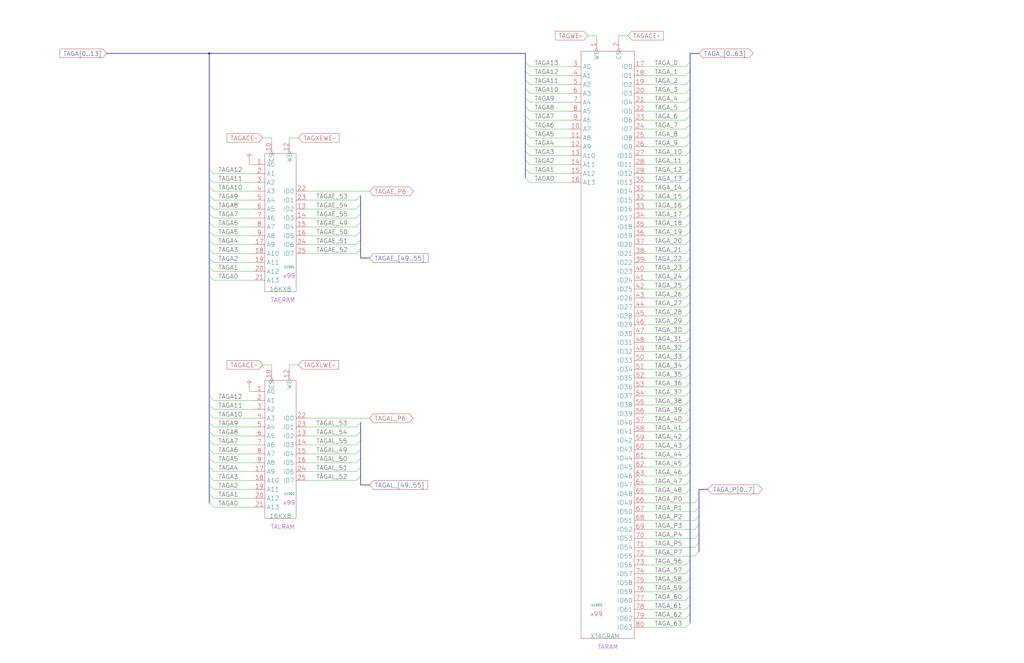
<source format=kicad_sch>
(kicad_sch (version 20211123) (generator eeschema)
  (paper "User" 584.2 378.46)
  (title_block (title "TAGA RAMS\\n0:40, 56:63, P0:P5, P7") (date "08-MAR-90") (rev "0.0") (comment 1 "MEM32 BOARD") (comment 2 "232-003066") (comment 3 "S400") (comment 4 "RELEASED"))
  (lib_symbols
    (symbol "r1000:16KX8" (pin_names (offset 1.016))
      (property "Reference" "U" (at 2.54 5.08 0))
      (property "Value" "16KX8" (at -8.89 -7.62 0))
      (property "Location" "___" (at -1.27 0 0))
      (property "Name" "______" (at -1.27 -15.24 0))
      (symbol "16KX8_1_1"
        (rectangle (start -11.43 69.85) (end 6.35 -8.89))
        (circle (center -7.62 70.485) (radius 0.635))
        (circle (center 2.54 70.485) (radius 0.635))
        (pin input line (at -17.78 63.5 0) (length 6.35) (name "A0") (number "1"))
        (pin input line (at -7.62 76.2 270) (length 5.08) (name "CS") (number "10"))
        (pin input line (at 2.54 76.2 270) (length 5.08) (name "WE") (number "12"))
        (pin tri_state line (at 12.7 38.1 180) (length 6.35) (name "IO2") (number "13"))
        (pin tri_state line (at 12.7 33.02 180) (length 6.35) (name "IO3") (number "14"))
        (pin tri_state line (at 12.7 27.94 180) (length 6.35) (name "IO4") (number "15"))
        (pin tri_state line (at 12.7 22.86 180) (length 6.35) (name "IO5") (number "16"))
        (pin input line (at -17.78 17.78 0) (length 6.35) (name "A9") (number "17"))
        (pin input line (at -17.78 12.7 0) (length 6.35) (name "A10") (number "18"))
        (pin input line (at -17.78 7.62 0) (length 6.35) (name "A11") (number "19"))
        (pin input line (at -17.78 58.42 0) (length 6.35) (name "A1") (number "2"))
        (pin input line (at -17.78 2.54 0) (length 6.35) (name "A12") (number "20"))
        (pin input line (at -17.78 -2.54 0) (length 6.35) (name "A13") (number "21"))
        (pin tri_state line (at 12.7 48.26 180) (length 6.35) (name "IO0") (number "22"))
        (pin tri_state line (at 12.7 43.18 180) (length 6.35) (name "IO1") (number "23"))
        (pin tri_state line (at 12.7 17.78 180) (length 6.35) (name "IO6") (number "24"))
        (pin tri_state line (at 12.7 12.7 180) (length 6.35) (name "IO7") (number "25"))
        (pin input line (at -17.78 53.34 0) (length 6.35) (name "A2") (number "3"))
        (pin input line (at -17.78 48.26 0) (length 6.35) (name "A3") (number "4"))
        (pin input line (at -17.78 43.18 0) (length 6.35) (name "A4") (number "5"))
        (pin input line (at -17.78 38.1 0) (length 6.35) (name "A5") (number "6"))
        (pin input line (at -17.78 33.02 0) (length 6.35) (name "A6") (number "7"))
        (pin input line (at -17.78 27.94 0) (length 6.35) (name "A7") (number "8"))
        (pin input line (at -17.78 22.86 0) (length 6.35) (name "A8") (number "9"))
      )
    )
    (symbol "r1000:PU" (power) (pin_numbers hide) (pin_names hide)
      (symbol "PU_0_1"
        (polyline (pts (xy 0 2.54) (xy -1.27 2.54) (xy 0 3.81) (xy 1.27 2.54) (xy 0 2.54)) (stroke (width 0.1524)))
      )
      (symbol "PU_1_1"
        (pin power_in line (at 0 0 90) (length 2.54) (name "PU") (number "1"))
      )
    )
    (symbol "r1000:XTAGRAM" (pin_names (offset 1.016))
      (property "Reference" "U" (at 2.54 5.08 0))
      (property "Value" "XTAGRAM" (at -1.27 -12.7 0))
      (property "Location" "___" (at -1.27 0 0))
      (property "Name" "______" (at 8.89 -20.32 0))
      (symbol "XTAGRAM_1_1"
        (rectangle (start -6.35 321.31) (end 24.13 -13.97))
        (circle (center 2.54 321.945) (radius 0.635))
        (circle (center 15.24 321.945) (radius 0.635))
        (pin input line (at 2.54 327.66 270) (length 5.08) (name "WE") (number "1"))
        (pin input line (at -12.7 276.86 0) (length 6.35) (name "A7") (number "10"))
        (pin input line (at -12.7 271.78 0) (length 6.35) (name "A8") (number "11"))
        (pin input line (at -12.7 266.7 0) (length 6.35) (name "A9") (number "12"))
        (pin input line (at -12.7 261.62 0) (length 6.35) (name "A10") (number "13"))
        (pin input line (at -12.7 256.54 0) (length 6.35) (name "A11") (number "14"))
        (pin input line (at -12.7 251.46 0) (length 6.35) (name "A12") (number "15"))
        (pin input line (at -12.7 246.38 0) (length 6.35) (name "A13") (number "16"))
        (pin tri_state line (at 30.48 312.42 180) (length 6.35) (name "IO0") (number "17"))
        (pin tri_state line (at 30.48 307.34 180) (length 6.35) (name "IO1") (number "18"))
        (pin tri_state line (at 30.48 302.26 180) (length 6.35) (name "IO2") (number "19"))
        (pin input line (at 15.24 327.66 270) (length 5.08) (name "CS") (number "2"))
        (pin tri_state line (at 30.48 297.18 180) (length 6.35) (name "IO3") (number "20"))
        (pin tri_state line (at 30.48 292.1 180) (length 6.35) (name "IO4") (number "21"))
        (pin tri_state line (at 30.48 287.02 180) (length 6.35) (name "IO5") (number "22"))
        (pin tri_state line (at 30.48 281.94 180) (length 6.35) (name "IO6") (number "23"))
        (pin tri_state line (at 30.48 276.86 180) (length 6.35) (name "IO7") (number "24"))
        (pin tri_state line (at 30.48 271.78 180) (length 6.35) (name "IO8") (number "25"))
        (pin tri_state line (at 30.48 266.7 180) (length 6.35) (name "IO9") (number "26"))
        (pin tri_state line (at 30.48 261.62 180) (length 6.35) (name "IO10") (number "27"))
        (pin tri_state line (at 30.48 256.54 180) (length 6.35) (name "IO11") (number "28"))
        (pin tri_state line (at 30.48 251.46 180) (length 6.35) (name "IO12") (number "29"))
        (pin input line (at -12.7 312.42 0) (length 6.35) (name "A0") (number "3"))
        (pin tri_state line (at 30.48 246.38 180) (length 6.35) (name "IO13") (number "30"))
        (pin tri_state line (at 30.48 241.3 180) (length 6.35) (name "IO14") (number "31"))
        (pin tri_state line (at 30.48 236.22 180) (length 6.35) (name "IO15") (number "32"))
        (pin tri_state line (at 30.48 231.14 180) (length 6.35) (name "IO16") (number "33"))
        (pin tri_state line (at 30.48 226.06 180) (length 6.35) (name "IO17") (number "34"))
        (pin tri_state line (at 30.48 220.98 180) (length 6.35) (name "IO18") (number "35"))
        (pin tri_state line (at 30.48 215.9 180) (length 6.35) (name "IO19") (number "36"))
        (pin tri_state line (at 30.48 210.82 180) (length 6.35) (name "IO20") (number "37"))
        (pin tri_state line (at 30.48 205.74 180) (length 6.35) (name "IO21") (number "38"))
        (pin tri_state line (at 30.48 200.66 180) (length 6.35) (name "IO22") (number "39"))
        (pin input line (at -12.7 307.34 0) (length 6.35) (name "A1") (number "4"))
        (pin tri_state line (at 30.48 195.58 180) (length 6.35) (name "IO23") (number "40"))
        (pin tri_state line (at 30.48 190.5 180) (length 6.35) (name "IO24") (number "41"))
        (pin tri_state line (at 30.48 185.42 180) (length 6.35) (name "IO25") (number "42"))
        (pin tri_state line (at 30.48 180.34 180) (length 6.35) (name "IO26") (number "43"))
        (pin tri_state line (at 30.48 175.26 180) (length 6.35) (name "IO27") (number "44"))
        (pin tri_state line (at 30.48 170.18 180) (length 6.35) (name "IO28") (number "45"))
        (pin tri_state line (at 30.48 165.1 180) (length 6.35) (name "IO29") (number "46"))
        (pin tri_state line (at 30.48 160.02 180) (length 6.35) (name "IO30") (number "47"))
        (pin tri_state line (at 30.48 154.94 180) (length 6.35) (name "IO31") (number "48"))
        (pin tri_state line (at 30.48 149.86 180) (length 6.35) (name "IO32") (number "49"))
        (pin input line (at -12.7 302.26 0) (length 6.35) (name "A2") (number "5"))
        (pin tri_state line (at 30.48 144.78 180) (length 6.35) (name "IO33") (number "50"))
        (pin tri_state line (at 30.48 139.7 180) (length 6.35) (name "IO34") (number "51"))
        (pin tri_state line (at 30.48 134.62 180) (length 6.35) (name "IO35") (number "52"))
        (pin tri_state line (at 30.48 129.54 180) (length 6.35) (name "IO36") (number "53"))
        (pin tri_state line (at 30.48 124.46 180) (length 6.35) (name "IO37") (number "54"))
        (pin tri_state line (at 30.48 119.38 180) (length 6.35) (name "IO38") (number "55"))
        (pin tri_state line (at 30.48 114.3 180) (length 6.35) (name "IO39") (number "56"))
        (pin tri_state line (at 30.48 109.22 180) (length 6.35) (name "IO40") (number "57"))
        (pin tri_state line (at 30.48 104.14 180) (length 6.35) (name "IO41") (number "58"))
        (pin tri_state line (at 30.48 99.06 180) (length 6.35) (name "IO42") (number "59"))
        (pin input line (at -12.7 297.18 0) (length 6.35) (name "A3") (number "6"))
        (pin tri_state line (at 30.48 93.98 180) (length 6.35) (name "IO43") (number "60"))
        (pin tri_state line (at 30.48 88.9 180) (length 6.35) (name "IO44") (number "61"))
        (pin tri_state line (at 30.48 83.82 180) (length 6.35) (name "IO45") (number "62"))
        (pin tri_state line (at 30.48 78.74 180) (length 6.35) (name "IO46") (number "63"))
        (pin tri_state line (at 30.48 73.66 180) (length 6.35) (name "IO47") (number "64"))
        (pin tri_state line (at 30.48 68.58 180) (length 6.35) (name "IO48") (number "65"))
        (pin tri_state line (at 30.48 63.5 180) (length 6.35) (name "IO49") (number "66"))
        (pin tri_state line (at 30.48 58.42 180) (length 6.35) (name "IO50") (number "67"))
        (pin tri_state line (at 30.48 53.34 180) (length 6.35) (name "IO51") (number "68"))
        (pin tri_state line (at 30.48 48.26 180) (length 6.35) (name "IO52") (number "69"))
        (pin input line (at -12.7 292.1 0) (length 6.35) (name "A4") (number "7"))
        (pin tri_state line (at 30.48 43.18 180) (length 6.35) (name "IO53") (number "70"))
        (pin tri_state line (at 30.48 38.1 180) (length 6.35) (name "IO54") (number "71"))
        (pin tri_state line (at 30.48 33.02 180) (length 6.35) (name "IO55") (number "72"))
        (pin tri_state line (at 30.48 27.94 180) (length 6.35) (name "IO56") (number "73"))
        (pin tri_state line (at 30.48 22.86 180) (length 6.35) (name "IO57") (number "74"))
        (pin tri_state line (at 30.48 17.78 180) (length 6.35) (name "IO58") (number "75"))
        (pin tri_state line (at 30.48 12.7 180) (length 6.35) (name "IO59") (number "76"))
        (pin tri_state line (at 30.48 7.62 180) (length 6.35) (name "IO60") (number "77"))
        (pin tri_state line (at 30.48 2.54 180) (length 6.35) (name "IO61") (number "78"))
        (pin tri_state line (at 30.48 -2.54 180) (length 6.35) (name "IO62") (number "79"))
        (pin input line (at -12.7 287.02 0) (length 6.35) (name "A5") (number "8"))
        (pin tri_state line (at 30.48 -7.62 180) (length 6.35) (name "IO63") (number "80"))
        (pin input line (at -12.7 281.94 0) (length 6.35) (name "A6") (number "9"))
      )
    )
  )
  (bus (pts (xy 119.38 101.6) (xy 119.38 106.68)))
  (bus (pts (xy 119.38 106.68) (xy 119.38 111.76)))
  (bus (pts (xy 119.38 111.76) (xy 119.38 116.84)))
  (bus (pts (xy 119.38 116.84) (xy 119.38 121.92)))
  (bus (pts (xy 119.38 121.92) (xy 119.38 127)))
  (bus (pts (xy 119.38 127) (xy 119.38 132.08)))
  (bus (pts (xy 119.38 132.08) (xy 119.38 137.16)))
  (bus (pts (xy 119.38 137.16) (xy 119.38 142.24)))
  (bus (pts (xy 119.38 142.24) (xy 119.38 147.32)))
  (bus (pts (xy 119.38 147.32) (xy 119.38 152.4)))
  (bus (pts (xy 119.38 152.4) (xy 119.38 157.48)))
  (bus (pts (xy 119.38 157.48) (xy 119.38 226.06)))
  (bus (pts (xy 119.38 226.06) (xy 119.38 231.14)))
  (bus (pts (xy 119.38 231.14) (xy 119.38 236.22)))
  (bus (pts (xy 119.38 236.22) (xy 119.38 241.3)))
  (bus (pts (xy 119.38 241.3) (xy 119.38 246.38)))
  (bus (pts (xy 119.38 246.38) (xy 119.38 251.46)))
  (bus (pts (xy 119.38 251.46) (xy 119.38 256.54)))
  (bus (pts (xy 119.38 256.54) (xy 119.38 261.62)))
  (bus (pts (xy 119.38 261.62) (xy 119.38 266.7)))
  (bus (pts (xy 119.38 266.7) (xy 119.38 271.78)))
  (bus (pts (xy 119.38 271.78) (xy 119.38 276.86)))
  (bus (pts (xy 119.38 276.86) (xy 119.38 281.94)))
  (bus (pts (xy 119.38 281.94) (xy 119.38 287.02)))
  (bus (pts (xy 119.38 30.48) (xy 119.38 96.52)))
  (bus (pts (xy 119.38 30.48) (xy 299.72 30.48)))
  (bus (pts (xy 119.38 96.52) (xy 119.38 101.6)))
  (bus (pts (xy 205.74 111.76) (xy 205.74 116.84)))
  (bus (pts (xy 205.74 116.84) (xy 205.74 121.92)))
  (bus (pts (xy 205.74 121.92) (xy 205.74 127)))
  (bus (pts (xy 205.74 127) (xy 205.74 132.08)))
  (bus (pts (xy 205.74 132.08) (xy 205.74 137.16)))
  (bus (pts (xy 205.74 137.16) (xy 205.74 142.24)))
  (bus (pts (xy 205.74 147.32) (xy 205.74 142.24)))
  (bus (pts (xy 205.74 241.3) (xy 205.74 246.38)))
  (bus (pts (xy 205.74 246.38) (xy 205.74 251.46)))
  (bus (pts (xy 205.74 256.54) (xy 205.74 251.46)))
  (bus (pts (xy 205.74 256.54) (xy 205.74 261.62)))
  (bus (pts (xy 205.74 261.62) (xy 205.74 266.7)))
  (bus (pts (xy 205.74 266.7) (xy 205.74 271.78)))
  (bus (pts (xy 205.74 276.86) (xy 205.74 271.78)))
  (bus (pts (xy 210.82 147.32) (xy 205.74 147.32)))
  (bus (pts (xy 210.82 276.86) (xy 205.74 276.86)))
  (bus (pts (xy 299.72 30.48) (xy 299.72 35.56)))
  (bus (pts (xy 299.72 35.56) (xy 299.72 40.64)))
  (bus (pts (xy 299.72 40.64) (xy 299.72 45.72)))
  (bus (pts (xy 299.72 45.72) (xy 299.72 50.8)))
  (bus (pts (xy 299.72 50.8) (xy 299.72 55.88)))
  (bus (pts (xy 299.72 55.88) (xy 299.72 60.96)))
  (bus (pts (xy 299.72 60.96) (xy 299.72 66.04)))
  (bus (pts (xy 299.72 66.04) (xy 299.72 71.12)))
  (bus (pts (xy 299.72 71.12) (xy 299.72 76.2)))
  (bus (pts (xy 299.72 76.2) (xy 299.72 81.28)))
  (bus (pts (xy 299.72 81.28) (xy 299.72 86.36)))
  (bus (pts (xy 299.72 86.36) (xy 299.72 91.44)))
  (bus (pts (xy 299.72 91.44) (xy 299.72 96.52)))
  (bus (pts (xy 299.72 96.52) (xy 299.72 101.6)))
  (bus (pts (xy 393.7 101.6) (xy 393.7 106.68)))
  (bus (pts (xy 393.7 106.68) (xy 393.7 111.76)))
  (bus (pts (xy 393.7 116.84) (xy 393.7 111.76)))
  (bus (pts (xy 393.7 116.84) (xy 393.7 121.92)))
  (bus (pts (xy 393.7 121.92) (xy 393.7 127)))
  (bus (pts (xy 393.7 127) (xy 393.7 132.08)))
  (bus (pts (xy 393.7 137.16) (xy 393.7 132.08)))
  (bus (pts (xy 393.7 137.16) (xy 393.7 142.24)))
  (bus (pts (xy 393.7 142.24) (xy 393.7 147.32)))
  (bus (pts (xy 393.7 147.32) (xy 393.7 152.4)))
  (bus (pts (xy 393.7 157.48) (xy 393.7 152.4)))
  (bus (pts (xy 393.7 157.48) (xy 393.7 162.56)))
  (bus (pts (xy 393.7 162.56) (xy 393.7 167.64)))
  (bus (pts (xy 393.7 167.64) (xy 393.7 172.72)))
  (bus (pts (xy 393.7 177.8) (xy 393.7 172.72)))
  (bus (pts (xy 393.7 177.8) (xy 393.7 182.88)))
  (bus (pts (xy 393.7 182.88) (xy 393.7 187.96)))
  (bus (pts (xy 393.7 187.96) (xy 393.7 193.04)))
  (bus (pts (xy 393.7 198.12) (xy 393.7 193.04)))
  (bus (pts (xy 393.7 203.2) (xy 393.7 198.12)))
  (bus (pts (xy 393.7 203.2) (xy 393.7 208.28)))
  (bus (pts (xy 393.7 208.28) (xy 393.7 213.36)))
  (bus (pts (xy 393.7 218.44) (xy 393.7 213.36)))
  (bus (pts (xy 393.7 223.52) (xy 393.7 218.44)))
  (bus (pts (xy 393.7 223.52) (xy 393.7 228.6)))
  (bus (pts (xy 393.7 228.6) (xy 393.7 233.68)))
  (bus (pts (xy 393.7 233.68) (xy 393.7 238.76)))
  (bus (pts (xy 393.7 243.84) (xy 393.7 238.76)))
  (bus (pts (xy 393.7 243.84) (xy 393.7 248.92)))
  (bus (pts (xy 393.7 248.92) (xy 393.7 254)))
  (bus (pts (xy 393.7 254) (xy 393.7 259.08)))
  (bus (pts (xy 393.7 264.16) (xy 393.7 259.08)))
  (bus (pts (xy 393.7 264.16) (xy 393.7 269.24)))
  (bus (pts (xy 393.7 269.24) (xy 393.7 274.32)))
  (bus (pts (xy 393.7 274.32) (xy 393.7 279.4)))
  (bus (pts (xy 393.7 30.48) (xy 398.78 30.48)))
  (bus (pts (xy 393.7 320.04) (xy 393.7 279.4)))
  (bus (pts (xy 393.7 320.04) (xy 393.7 325.12)))
  (bus (pts (xy 393.7 325.12) (xy 393.7 330.2)))
  (bus (pts (xy 393.7 330.2) (xy 393.7 335.28)))
  (bus (pts (xy 393.7 340.36) (xy 393.7 335.28)))
  (bus (pts (xy 393.7 340.36) (xy 393.7 345.44)))
  (bus (pts (xy 393.7 345.44) (xy 393.7 350.52)))
  (bus (pts (xy 393.7 35.56) (xy 393.7 30.48)))
  (bus (pts (xy 393.7 35.56) (xy 393.7 40.64)))
  (bus (pts (xy 393.7 350.52) (xy 393.7 355.6)))
  (bus (pts (xy 393.7 40.64) (xy 393.7 45.72)))
  (bus (pts (xy 393.7 45.72) (xy 393.7 50.8)))
  (bus (pts (xy 393.7 55.88) (xy 393.7 50.8)))
  (bus (pts (xy 393.7 55.88) (xy 393.7 60.96)))
  (bus (pts (xy 393.7 60.96) (xy 393.7 66.04)))
  (bus (pts (xy 393.7 66.04) (xy 393.7 71.12)))
  (bus (pts (xy 393.7 76.2) (xy 393.7 71.12)))
  (bus (pts (xy 393.7 76.2) (xy 393.7 81.28)))
  (bus (pts (xy 393.7 81.28) (xy 393.7 86.36)))
  (bus (pts (xy 393.7 86.36) (xy 393.7 91.44)))
  (bus (pts (xy 393.7 96.52) (xy 393.7 101.6)))
  (bus (pts (xy 393.7 96.52) (xy 393.7 91.44)))
  (bus (pts (xy 398.78 279.4) (xy 398.78 284.48)))
  (bus (pts (xy 398.78 284.48) (xy 398.78 289.56)))
  (bus (pts (xy 398.78 289.56) (xy 398.78 294.64)))
  (bus (pts (xy 398.78 294.64) (xy 398.78 299.72)))
  (bus (pts (xy 398.78 299.72) (xy 398.78 304.8)))
  (bus (pts (xy 398.78 304.8) (xy 398.78 309.88)))
  (bus (pts (xy 398.78 309.88) (xy 398.78 314.96)))
  (bus (pts (xy 403.86 279.4) (xy 398.78 279.4)))
  (bus (pts (xy 60.96 30.48) (xy 119.38 30.48)))
  (wire (pts (xy 121.92 104.14) (xy 144.78 104.14)))
  (wire (pts (xy 121.92 109.22) (xy 144.78 109.22)))
  (wire (pts (xy 121.92 114.3) (xy 144.78 114.3)))
  (wire (pts (xy 121.92 119.38) (xy 144.78 119.38)))
  (wire (pts (xy 121.92 124.46) (xy 144.78 124.46)))
  (wire (pts (xy 121.92 129.54) (xy 144.78 129.54)))
  (wire (pts (xy 121.92 134.62) (xy 144.78 134.62)))
  (wire (pts (xy 121.92 139.7) (xy 144.78 139.7)))
  (wire (pts (xy 121.92 144.78) (xy 144.78 144.78)))
  (wire (pts (xy 121.92 149.86) (xy 144.78 149.86)))
  (wire (pts (xy 121.92 154.94) (xy 144.78 154.94)))
  (wire (pts (xy 121.92 160.02) (xy 144.78 160.02)))
  (wire (pts (xy 121.92 228.6) (xy 144.78 228.6)))
  (wire (pts (xy 121.92 233.68) (xy 144.78 233.68)))
  (wire (pts (xy 121.92 238.76) (xy 144.78 238.76)))
  (wire (pts (xy 121.92 243.84) (xy 144.78 243.84)))
  (wire (pts (xy 121.92 248.92) (xy 144.78 248.92)))
  (wire (pts (xy 121.92 254) (xy 144.78 254)))
  (wire (pts (xy 121.92 259.08) (xy 144.78 259.08)))
  (wire (pts (xy 121.92 264.16) (xy 144.78 264.16)))
  (wire (pts (xy 121.92 269.24) (xy 144.78 269.24)))
  (wire (pts (xy 121.92 274.32) (xy 144.78 274.32)))
  (wire (pts (xy 121.92 279.4) (xy 144.78 279.4)))
  (wire (pts (xy 121.92 284.48) (xy 144.78 284.48)))
  (wire (pts (xy 121.92 289.56) (xy 144.78 289.56)))
  (wire (pts (xy 121.92 99.06) (xy 144.78 99.06)))
  (wire (pts (xy 142.24 223.52) (xy 142.24 220.98)))
  (wire (pts (xy 142.24 93.98) (xy 142.24 91.44)))
  (wire (pts (xy 144.78 223.52) (xy 142.24 223.52)))
  (wire (pts (xy 144.78 93.98) (xy 142.24 93.98)))
  (wire (pts (xy 149.86 208.28) (xy 154.94 208.28)))
  (wire (pts (xy 149.86 78.74) (xy 154.94 78.74)))
  (wire (pts (xy 154.94 208.28) (xy 154.94 210.82)))
  (wire (pts (xy 154.94 78.74) (xy 154.94 81.28)))
  (wire (pts (xy 165.1 208.28) (xy 165.1 210.82)))
  (wire (pts (xy 165.1 78.74) (xy 165.1 81.28)))
  (wire (pts (xy 170.18 208.28) (xy 165.1 208.28)))
  (wire (pts (xy 170.18 78.74) (xy 165.1 78.74)))
  (wire (pts (xy 175.26 109.22) (xy 210.82 109.22)))
  (wire (pts (xy 175.26 114.3) (xy 203.2 114.3)))
  (wire (pts (xy 175.26 119.38) (xy 203.2 119.38)))
  (wire (pts (xy 175.26 124.46) (xy 203.2 124.46)))
  (wire (pts (xy 175.26 129.54) (xy 203.2 129.54)))
  (wire (pts (xy 175.26 134.62) (xy 203.2 134.62)))
  (wire (pts (xy 175.26 139.7) (xy 203.2 139.7)))
  (wire (pts (xy 175.26 144.78) (xy 203.2 144.78)))
  (wire (pts (xy 175.26 238.76) (xy 210.82 238.76)))
  (wire (pts (xy 175.26 243.84) (xy 203.2 243.84)))
  (wire (pts (xy 175.26 248.92) (xy 203.2 248.92)))
  (wire (pts (xy 175.26 254) (xy 203.2 254)))
  (wire (pts (xy 175.26 259.08) (xy 203.2 259.08)))
  (wire (pts (xy 175.26 264.16) (xy 203.2 264.16)))
  (wire (pts (xy 175.26 269.24) (xy 203.2 269.24)))
  (wire (pts (xy 175.26 274.32) (xy 203.2 274.32)))
  (wire (pts (xy 302.26 104.14) (xy 325.12 104.14)))
  (wire (pts (xy 302.26 38.1) (xy 325.12 38.1)))
  (wire (pts (xy 302.26 43.18) (xy 325.12 43.18)))
  (wire (pts (xy 302.26 48.26) (xy 325.12 48.26)))
  (wire (pts (xy 302.26 53.34) (xy 325.12 53.34)))
  (wire (pts (xy 302.26 58.42) (xy 325.12 58.42)))
  (wire (pts (xy 302.26 63.5) (xy 325.12 63.5)))
  (wire (pts (xy 302.26 68.58) (xy 325.12 68.58)))
  (wire (pts (xy 302.26 73.66) (xy 325.12 73.66)))
  (wire (pts (xy 302.26 78.74) (xy 325.12 78.74)))
  (wire (pts (xy 302.26 83.82) (xy 325.12 83.82)))
  (wire (pts (xy 302.26 88.9) (xy 325.12 88.9)))
  (wire (pts (xy 302.26 93.98) (xy 325.12 93.98)))
  (wire (pts (xy 302.26 99.06) (xy 325.12 99.06)))
  (wire (pts (xy 335.28 20.32) (xy 340.36 20.32)))
  (wire (pts (xy 340.36 20.32) (xy 340.36 22.86)))
  (wire (pts (xy 353.06 20.32) (xy 353.06 22.86)))
  (wire (pts (xy 358.14 20.32) (xy 353.06 20.32)))
  (wire (pts (xy 368.3 104.14) (xy 391.16 104.14)))
  (wire (pts (xy 368.3 109.22) (xy 391.16 109.22)))
  (wire (pts (xy 368.3 114.3) (xy 391.16 114.3)))
  (wire (pts (xy 368.3 119.38) (xy 391.16 119.38)))
  (wire (pts (xy 368.3 124.46) (xy 391.16 124.46)))
  (wire (pts (xy 368.3 129.54) (xy 391.16 129.54)))
  (wire (pts (xy 368.3 134.62) (xy 391.16 134.62)))
  (wire (pts (xy 368.3 139.7) (xy 391.16 139.7)))
  (wire (pts (xy 368.3 144.78) (xy 391.16 144.78)))
  (wire (pts (xy 368.3 149.86) (xy 391.16 149.86)))
  (wire (pts (xy 368.3 154.94) (xy 391.16 154.94)))
  (wire (pts (xy 368.3 160.02) (xy 391.16 160.02)))
  (wire (pts (xy 368.3 165.1) (xy 391.16 165.1)))
  (wire (pts (xy 368.3 170.18) (xy 391.16 170.18)))
  (wire (pts (xy 368.3 175.26) (xy 391.16 175.26)))
  (wire (pts (xy 368.3 180.34) (xy 391.16 180.34)))
  (wire (pts (xy 368.3 185.42) (xy 391.16 185.42)))
  (wire (pts (xy 368.3 190.5) (xy 391.16 190.5)))
  (wire (pts (xy 368.3 195.58) (xy 391.16 195.58)))
  (wire (pts (xy 368.3 200.66) (xy 391.16 200.66)))
  (wire (pts (xy 368.3 205.74) (xy 391.16 205.74)))
  (wire (pts (xy 368.3 210.82) (xy 391.16 210.82)))
  (wire (pts (xy 368.3 215.9) (xy 391.16 215.9)))
  (wire (pts (xy 368.3 220.98) (xy 391.16 220.98)))
  (wire (pts (xy 368.3 226.06) (xy 391.16 226.06)))
  (wire (pts (xy 368.3 231.14) (xy 391.16 231.14)))
  (wire (pts (xy 368.3 236.22) (xy 391.16 236.22)))
  (wire (pts (xy 368.3 241.3) (xy 391.16 241.3)))
  (wire (pts (xy 368.3 246.38) (xy 391.16 246.38)))
  (wire (pts (xy 368.3 251.46) (xy 391.16 251.46)))
  (wire (pts (xy 368.3 256.54) (xy 391.16 256.54)))
  (wire (pts (xy 368.3 261.62) (xy 391.16 261.62)))
  (wire (pts (xy 368.3 266.7) (xy 391.16 266.7)))
  (wire (pts (xy 368.3 271.78) (xy 391.16 271.78)))
  (wire (pts (xy 368.3 276.86) (xy 391.16 276.86)))
  (wire (pts (xy 368.3 281.94) (xy 391.16 281.94)))
  (wire (pts (xy 368.3 287.02) (xy 396.24 287.02)))
  (wire (pts (xy 368.3 292.1) (xy 396.24 292.1)))
  (wire (pts (xy 368.3 297.18) (xy 396.24 297.18)))
  (wire (pts (xy 368.3 302.26) (xy 396.24 302.26)))
  (wire (pts (xy 368.3 307.34) (xy 396.24 307.34)))
  (wire (pts (xy 368.3 312.42) (xy 396.24 312.42)))
  (wire (pts (xy 368.3 317.5) (xy 396.24 317.5)))
  (wire (pts (xy 368.3 322.58) (xy 391.16 322.58)))
  (wire (pts (xy 368.3 327.66) (xy 391.16 327.66)))
  (wire (pts (xy 368.3 332.74) (xy 391.16 332.74)))
  (wire (pts (xy 368.3 337.82) (xy 391.16 337.82)))
  (wire (pts (xy 368.3 342.9) (xy 391.16 342.9)))
  (wire (pts (xy 368.3 347.98) (xy 391.16 347.98)))
  (wire (pts (xy 368.3 353.06) (xy 391.16 353.06)))
  (wire (pts (xy 368.3 358.14) (xy 391.16 358.14)))
  (wire (pts (xy 368.3 38.1) (xy 391.16 38.1)))
  (wire (pts (xy 368.3 43.18) (xy 391.16 43.18)))
  (wire (pts (xy 368.3 48.26) (xy 391.16 48.26)))
  (wire (pts (xy 368.3 53.34) (xy 391.16 53.34)))
  (wire (pts (xy 368.3 58.42) (xy 391.16 58.42)))
  (wire (pts (xy 368.3 63.5) (xy 391.16 63.5)))
  (wire (pts (xy 368.3 68.58) (xy 391.16 68.58)))
  (wire (pts (xy 368.3 73.66) (xy 391.16 73.66)))
  (wire (pts (xy 368.3 78.74) (xy 391.16 78.74)))
  (wire (pts (xy 368.3 83.82) (xy 391.16 83.82)))
  (wire (pts (xy 368.3 88.9) (xy 391.16 88.9)))
  (wire (pts (xy 368.3 93.98) (xy 391.16 93.98)))
  (wire (pts (xy 368.3 99.06) (xy 391.16 99.06)))
  (global_label "TAGA[0..13]" (shape input) (at 60.96 30.48 180) (effects (font (size 2.54 2.54))) (property "Intersheet References" "${INTERSHEET_REFS}" (at 29.6454 30.3213 0) (effects (font (size 2.54 2.54)) (justify right))))
  (junction (at 119.38 30.48))
  (bus_entry (at 119.38 96.52) (size 2.54 2.54))
  (bus_entry (at 119.38 101.6) (size 2.54 2.54))
  (bus_entry (at 119.38 106.68) (size 2.54 2.54))
  (bus_entry (at 119.38 111.76) (size 2.54 2.54))
  (bus_entry (at 119.38 116.84) (size 2.54 2.54))
  (bus_entry (at 119.38 121.92) (size 2.54 2.54))
  (bus_entry (at 119.38 127) (size 2.54 2.54))
  (bus_entry (at 119.38 132.08) (size 2.54 2.54))
  (bus_entry (at 119.38 137.16) (size 2.54 2.54))
  (bus_entry (at 119.38 142.24) (size 2.54 2.54))
  (bus_entry (at 119.38 147.32) (size 2.54 2.54))
  (bus_entry (at 119.38 152.4) (size 2.54 2.54))
  (bus_entry (at 119.38 157.48) (size 2.54 2.54))
  (bus_entry (at 119.38 226.06) (size 2.54 2.54))
  (bus_entry (at 119.38 231.14) (size 2.54 2.54))
  (bus_entry (at 119.38 236.22) (size 2.54 2.54))
  (bus_entry (at 119.38 241.3) (size 2.54 2.54))
  (bus_entry (at 119.38 246.38) (size 2.54 2.54))
  (bus_entry (at 119.38 251.46) (size 2.54 2.54))
  (bus_entry (at 119.38 256.54) (size 2.54 2.54))
  (bus_entry (at 119.38 261.62) (size 2.54 2.54))
  (bus_entry (at 119.38 266.7) (size 2.54 2.54))
  (bus_entry (at 119.38 271.78) (size 2.54 2.54))
  (bus_entry (at 119.38 276.86) (size 2.54 2.54))
  (bus_entry (at 119.38 281.94) (size 2.54 2.54))
  (bus_entry (at 119.38 287.02) (size 2.54 2.54))
  (label "TAGA12" (at 124.46 99.06 0) (effects (font (size 2.54 2.54))))
  (label "TAGA11" (at 124.46 104.14 0) (effects (font (size 2.54 2.54))))
  (label "TAGA10" (at 124.46 109.22 0) (effects (font (size 2.54 2.54))))
  (label "TAGA9" (at 124.46 114.3 0) (effects (font (size 2.54 2.54))))
  (label "TAGA8" (at 124.46 119.38 0) (effects (font (size 2.54 2.54))))
  (label "TAGA7" (at 124.46 124.46 0) (effects (font (size 2.54 2.54))))
  (label "TAGA6" (at 124.46 129.54 0) (effects (font (size 2.54 2.54))))
  (label "TAGA5" (at 124.46 134.62 0) (effects (font (size 2.54 2.54))))
  (label "TAGA4" (at 124.46 139.7 0) (effects (font (size 2.54 2.54))))
  (label "TAGA3" (at 124.46 144.78 0) (effects (font (size 2.54 2.54))))
  (label "TAGA2" (at 124.46 149.86 0) (effects (font (size 2.54 2.54))))
  (label "TAGA1" (at 124.46 154.94 0) (effects (font (size 2.54 2.54))))
  (label "TAGA0" (at 124.46 160.02 0) (effects (font (size 2.54 2.54))))
  (label "TAGA12" (at 124.46 228.6 0) (effects (font (size 2.54 2.54))))
  (label "TAGA11" (at 124.46 233.68 0) (effects (font (size 2.54 2.54))))
  (label "TAGA10" (at 124.46 238.76 0) (effects (font (size 2.54 2.54))))
  (label "TAGA9" (at 124.46 243.84 0) (effects (font (size 2.54 2.54))))
  (label "TAGA8" (at 124.46 248.92 0) (effects (font (size 2.54 2.54))))
  (label "TAGA7" (at 124.46 254 0) (effects (font (size 2.54 2.54))))
  (label "TAGA6" (at 124.46 259.08 0) (effects (font (size 2.54 2.54))))
  (label "TAGA5" (at 124.46 264.16 0) (effects (font (size 2.54 2.54))))
  (label "TAGA4" (at 124.46 269.24 0) (effects (font (size 2.54 2.54))))
  (label "TAGA3" (at 124.46 274.32 0) (effects (font (size 2.54 2.54))))
  (label "TAGA2" (at 124.46 279.4 0) (effects (font (size 2.54 2.54))))
  (label "TAGA1" (at 124.46 284.48 0) (effects (font (size 2.54 2.54))))
  (label "TAGA0" (at 124.46 289.56 0) (effects (font (size 2.54 2.54))))
  (symbol (lib_id "r1000:PU") (at 142.24 91.44 0) (unit 1)
    (property "Reference" "#PWR01001" (effects hide))
    (property "Value" "PU" (effects hide))
  )
  (symbol (lib_id "r1000:PU") (at 142.24 220.98 0) (unit 1)
    (property "Reference" "#PWR01002" (effects hide))
    (property "Value" "PU" (effects hide))
  )
  (global_label "TAGACE~" (shape input) (at 149.86 78.74 180) (effects (font (size 2.54 2.54))) (property "Intersheet References" "${INTERSHEET_REFS}" (at 127.133 78.5813 0) (effects (font (size 2.54 2.54)) (justify right))))
  (global_label "TAGACE~" (shape input) (at 149.86 208.28 180) (effects (font (size 2.54 2.54))) (property "Intersheet References" "${INTERSHEET_REFS}" (at 127.133 208.1213 0) (effects (font (size 2.54 2.54)) (justify right))))
  (symbol (lib_id "r1000:16KX8") (at 162.56 157.48 0) (unit 1)
    (property "Reference" "U1001" (at 165.1 152.4 0))
    (property "Value" "16KX8" (at 153.67 165.1 0) (effects (font (size 2.54 2.54)) (justify left)))
    (property "Location" "x99" (at 161.29 157.48 0) (effects (font (size 2.54 2.54)) (justify left)))
    (property "Name" "TAERAM" (at 161.29 172.72 0) (effects (font (size 2.54 2.54)) (justify bottom)))
  )
  (symbol (lib_id "r1000:16KX8") (at 162.56 287.02 0) (unit 1)
    (property "Reference" "U1002" (at 165.1 281.94 0))
    (property "Value" "16KX8" (at 153.67 294.64 0) (effects (font (size 2.54 2.54)) (justify left)))
    (property "Location" "x99" (at 161.29 287.02 0) (effects (font (size 2.54 2.54)) (justify left)))
    (property "Name" "TALRAM" (at 161.29 302.26 0) (effects (font (size 2.54 2.54)) (justify bottom)))
  )
  (global_label "TAGXEWE~" (shape input) (at 170.18 78.74 0) (effects (font (size 2.54 2.54))) (property "Intersheet References" "${INTERSHEET_REFS}" (at 193.3908 78.5813 0) (effects (font (size 2.54 2.54)) (justify left))))
  (global_label "TAGXLWE~" (shape input) (at 170.18 208.28 0) (effects (font (size 2.54 2.54))) (property "Intersheet References" "${INTERSHEET_REFS}" (at 193.1489 208.1213 0) (effects (font (size 2.54 2.54)) (justify left))))
  (label "TAGAE_53" (at 180.34 114.3 0) (effects (font (size 2.54 2.54))))
  (label "TAGAE_54" (at 180.34 119.38 0) (effects (font (size 2.54 2.54))))
  (label "TAGAE_55" (at 180.34 124.46 0) (effects (font (size 2.54 2.54))))
  (label "TAGAE_49" (at 180.34 129.54 0) (effects (font (size 2.54 2.54))))
  (label "TAGAE_50" (at 180.34 134.62 0) (effects (font (size 2.54 2.54))))
  (label "TAGAE_51" (at 180.34 139.7 0) (effects (font (size 2.54 2.54))))
  (label "TAGAE_52" (at 180.34 144.78 0) (effects (font (size 2.54 2.54))))
  (label "TAGAL_53" (at 180.34 243.84 0) (effects (font (size 2.54 2.54))))
  (label "TAGAL_54" (at 180.34 248.92 0) (effects (font (size 2.54 2.54))))
  (label "TAGAL_55" (at 180.34 254 0) (effects (font (size 2.54 2.54))))
  (label "TAGAL_49" (at 180.34 259.08 0) (effects (font (size 2.54 2.54))))
  (label "TAGAL_50" (at 180.34 264.16 0) (effects (font (size 2.54 2.54))))
  (label "TAGAL_51" (at 180.34 269.24 0) (effects (font (size 2.54 2.54))))
  (label "TAGAL_52" (at 180.34 274.32 0) (effects (font (size 2.54 2.54))))
  (bus_entry (at 205.74 111.76) (size -2.54 2.54))
  (bus_entry (at 205.74 116.84) (size -2.54 2.54))
  (bus_entry (at 205.74 121.92) (size -2.54 2.54))
  (bus_entry (at 205.74 127) (size -2.54 2.54))
  (bus_entry (at 205.74 132.08) (size -2.54 2.54))
  (bus_entry (at 205.74 137.16) (size -2.54 2.54))
  (bus_entry (at 205.74 142.24) (size -2.54 2.54))
  (bus_entry (at 205.74 241.3) (size -2.54 2.54))
  (bus_entry (at 205.74 246.38) (size -2.54 2.54))
  (bus_entry (at 205.74 251.46) (size -2.54 2.54))
  (bus_entry (at 205.74 256.54) (size -2.54 2.54))
  (bus_entry (at 205.74 261.62) (size -2.54 2.54))
  (bus_entry (at 205.74 266.7) (size -2.54 2.54))
  (bus_entry (at 205.74 271.78) (size -2.54 2.54))
  (global_label "TAGAE_P6" (shape bidirectional) (at 210.82 109.22 0) (effects (font (size 2.54 2.54))) (property "Intersheet References" "${INTERSHEET_REFS}" (at 234.0308 109.0613 0) (effects (font (size 2.54 2.54)) (justify left))))
  (global_label "TAGAE_[49..55]" (shape input) (at 210.82 147.32 0) (effects (font (size 2.54 2.54))) (property "Intersheet References" "${INTERSHEET_REFS}" (at 244.1908 147.1613 0) (effects (font (size 2.54 2.54)) (justify left))))
  (global_label "TAGAL_P6" (shape bidirectional) (at 210.82 238.76 0) (effects (font (size 2.54 2.54))) (property "Intersheet References" "${INTERSHEET_REFS}" (at 233.7889 238.6013 0) (effects (font (size 2.54 2.54)) (justify left))))
  (global_label "TAGAL_[49..55]" (shape input) (at 210.82 276.86 0) (effects (font (size 2.54 2.54))) (property "Intersheet References" "${INTERSHEET_REFS}" (at 243.9489 276.7013 0) (effects (font (size 2.54 2.54)) (justify left))))
  (bus_entry (at 299.72 35.56) (size 2.54 2.54))
  (bus_entry (at 299.72 40.64) (size 2.54 2.54))
  (bus_entry (at 299.72 45.72) (size 2.54 2.54))
  (bus_entry (at 299.72 50.8) (size 2.54 2.54))
  (bus_entry (at 299.72 55.88) (size 2.54 2.54))
  (bus_entry (at 299.72 60.96) (size 2.54 2.54))
  (bus_entry (at 299.72 66.04) (size 2.54 2.54))
  (bus_entry (at 299.72 71.12) (size 2.54 2.54))
  (bus_entry (at 299.72 76.2) (size 2.54 2.54))
  (bus_entry (at 299.72 81.28) (size 2.54 2.54))
  (bus_entry (at 299.72 86.36) (size 2.54 2.54))
  (bus_entry (at 299.72 91.44) (size 2.54 2.54))
  (bus_entry (at 299.72 96.52) (size 2.54 2.54))
  (bus_entry (at 299.72 101.6) (size 2.54 2.54))
  (label "TAGA13" (at 304.8 38.1 0) (effects (font (size 2.54 2.54))))
  (label "TAGA12" (at 304.8 43.18 0) (effects (font (size 2.54 2.54))))
  (label "TAGA11" (at 304.8 48.26 0) (effects (font (size 2.54 2.54))))
  (label "TAGA10" (at 304.8 53.34 0) (effects (font (size 2.54 2.54))))
  (label "TAGA9" (at 304.8 58.42 0) (effects (font (size 2.54 2.54))))
  (label "TAGA8" (at 304.8 63.5 0) (effects (font (size 2.54 2.54))))
  (label "TAGA7" (at 304.8 68.58 0) (effects (font (size 2.54 2.54))))
  (label "TAGA6" (at 304.8 73.66 0) (effects (font (size 2.54 2.54))))
  (label "TAGA5" (at 304.8 78.74 0) (effects (font (size 2.54 2.54))))
  (label "TAGA4" (at 304.8 83.82 0) (effects (font (size 2.54 2.54))))
  (label "TAGA3" (at 304.8 88.9 0) (effects (font (size 2.54 2.54))))
  (label "TAGA2" (at 304.8 93.98 0) (effects (font (size 2.54 2.54))))
  (label "TAGA1" (at 304.8 99.06 0) (effects (font (size 2.54 2.54))))
  (label "TAGA0" (at 304.8 104.14 0) (effects (font (size 2.54 2.54))))
  (global_label "TAGWE~" (shape input) (at 335.28 20.32 180) (effects (font (size 2.54 2.54))) (property "Intersheet References" "${INTERSHEET_REFS}" (at 312.1902 20.1613 0) (effects (font (size 2.54 2.54)) (justify right))))
  (symbol (lib_id "r1000:XTAGRAM") (at 337.82 350.52 0) (unit 1)
    (property "Reference" "U1003" (at 340.36 345.44 0))
    (property "Value" "XTAGRAM" (at 336.55 363.22 0) (effects (font (size 2.54 2.54)) (justify left)))
    (property "Location" "x99" (at 336.55 350.52 0) (effects (font (size 2.54 2.54)) (justify left)))
    (property "Name" "TARAM" (at 346.71 370.84 0) (effects (font (size 2.54 2.54)) (justify bottom)))
  )
  (global_label "TAGACE~" (shape input) (at 358.14 20.32 0) (effects (font (size 2.54 2.54))) (property "Intersheet References" "${INTERSHEET_REFS}" (at 380.867 20.1613 0) (effects (font (size 2.54 2.54)) (justify left))))
  (label "TAGA_0" (at 373.38 38.1 0) (effects (font (size 2.54 2.54))))
  (label "TAGA_1" (at 373.38 43.18 0) (effects (font (size 2.54 2.54))))
  (label "TAGA_2" (at 373.38 48.26 0) (effects (font (size 2.54 2.54))))
  (label "TAGA_3" (at 373.38 53.34 0) (effects (font (size 2.54 2.54))))
  (label "TAGA_4" (at 373.38 58.42 0) (effects (font (size 2.54 2.54))))
  (label "TAGA_5" (at 373.38 63.5 0) (effects (font (size 2.54 2.54))))
  (label "TAGA_6" (at 373.38 68.58 0) (effects (font (size 2.54 2.54))))
  (label "TAGA_7" (at 373.38 73.66 0) (effects (font (size 2.54 2.54))))
  (label "TAGA_8" (at 373.38 78.74 0) (effects (font (size 2.54 2.54))))
  (label "TAGA_9" (at 373.38 83.82 0) (effects (font (size 2.54 2.54))))
  (label "TAGA_10" (at 373.38 88.9 0) (effects (font (size 2.54 2.54))))
  (label "TAGA_11" (at 373.38 93.98 0) (effects (font (size 2.54 2.54))))
  (label "TAGA_12" (at 373.38 99.06 0) (effects (font (size 2.54 2.54))))
  (label "TAGA_13" (at 373.38 104.14 0) (effects (font (size 2.54 2.54))))
  (label "TAGA_14" (at 373.38 109.22 0) (effects (font (size 2.54 2.54))))
  (label "TAGA_15" (at 373.38 114.3 0) (effects (font (size 2.54 2.54))))
  (label "TAGA_16" (at 373.38 119.38 0) (effects (font (size 2.54 2.54))))
  (label "TAGA_17" (at 373.38 124.46 0) (effects (font (size 2.54 2.54))))
  (label "TAGA_18" (at 373.38 129.54 0) (effects (font (size 2.54 2.54))))
  (label "TAGA_19" (at 373.38 134.62 0) (effects (font (size 2.54 2.54))))
  (label "TAGA_20" (at 373.38 139.7 0) (effects (font (size 2.54 2.54))))
  (label "TAGA_21" (at 373.38 144.78 0) (effects (font (size 2.54 2.54))))
  (label "TAGA_22" (at 373.38 149.86 0) (effects (font (size 2.54 2.54))))
  (label "TAGA_23" (at 373.38 154.94 0) (effects (font (size 2.54 2.54))))
  (label "TAGA_24" (at 373.38 160.02 0) (effects (font (size 2.54 2.54))))
  (label "TAGA_25" (at 373.38 165.1 0) (effects (font (size 2.54 2.54))))
  (label "TAGA_26" (at 373.38 170.18 0) (effects (font (size 2.54 2.54))))
  (label "TAGA_27" (at 373.38 175.26 0) (effects (font (size 2.54 2.54))))
  (label "TAGA_28" (at 373.38 180.34 0) (effects (font (size 2.54 2.54))))
  (label "TAGA_29" (at 373.38 185.42 0) (effects (font (size 2.54 2.54))))
  (label "TAGA_30" (at 373.38 190.5 0) (effects (font (size 2.54 2.54))))
  (label "TAGA_31" (at 373.38 195.58 0) (effects (font (size 2.54 2.54))))
  (label "TAGA_32" (at 373.38 200.66 0) (effects (font (size 2.54 2.54))))
  (label "TAGA_33" (at 373.38 205.74 0) (effects (font (size 2.54 2.54))))
  (label "TAGA_34" (at 373.38 210.82 0) (effects (font (size 2.54 2.54))))
  (label "TAGA_35" (at 373.38 215.9 0) (effects (font (size 2.54 2.54))))
  (label "TAGA_36" (at 373.38 220.98 0) (effects (font (size 2.54 2.54))))
  (label "TAGA_37" (at 373.38 226.06 0) (effects (font (size 2.54 2.54))))
  (label "TAGA_38" (at 373.38 231.14 0) (effects (font (size 2.54 2.54))))
  (label "TAGA_39" (at 373.38 236.22 0) (effects (font (size 2.54 2.54))))
  (label "TAGA_40" (at 373.38 241.3 0) (effects (font (size 2.54 2.54))))
  (label "TAGA_41" (at 373.38 246.38 0) (effects (font (size 2.54 2.54))))
  (label "TAGA_42" (at 373.38 251.46 0) (effects (font (size 2.54 2.54))))
  (label "TAGA_43" (at 373.38 256.54 0) (effects (font (size 2.54 2.54))))
  (label "TAGA_44" (at 373.38 261.62 0) (effects (font (size 2.54 2.54))))
  (label "TAGA_45" (at 373.38 266.7 0) (effects (font (size 2.54 2.54))))
  (label "TAGA_46" (at 373.38 271.78 0) (effects (font (size 2.54 2.54))))
  (label "TAGA_47" (at 373.38 276.86 0) (effects (font (size 2.54 2.54))))
  (label "TAGA_48" (at 373.38 281.94 0) (effects (font (size 2.54 2.54))))
  (label "TAGA_P0" (at 373.38 287.02 0) (effects (font (size 2.54 2.54))))
  (label "TAGA_P1" (at 373.38 292.1 0) (effects (font (size 2.54 2.54))))
  (label "TAGA_P2" (at 373.38 297.18 0) (effects (font (size 2.54 2.54))))
  (label "TAGA_P3" (at 373.38 302.26 0) (effects (font (size 2.54 2.54))))
  (label "TAGA_P4" (at 373.38 307.34 0) (effects (font (size 2.54 2.54))))
  (label "TAGA_P5" (at 373.38 312.42 0) (effects (font (size 2.54 2.54))))
  (label "TAGA_P7" (at 373.38 317.5 0) (effects (font (size 2.54 2.54))))
  (label "TAGA_56" (at 373.38 322.58 0) (effects (font (size 2.54 2.54))))
  (label "TAGA_57" (at 373.38 327.66 0) (effects (font (size 2.54 2.54))))
  (label "TAGA_58" (at 373.38 332.74 0) (effects (font (size 2.54 2.54))))
  (label "TAGA_59" (at 373.38 337.82 0) (effects (font (size 2.54 2.54))))
  (label "TAGA_60" (at 373.38 342.9 0) (effects (font (size 2.54 2.54))))
  (label "TAGA_61" (at 373.38 347.98 0) (effects (font (size 2.54 2.54))))
  (label "TAGA_62" (at 373.38 353.06 0) (effects (font (size 2.54 2.54))))
  (label "TAGA_63" (at 373.38 358.14 0) (effects (font (size 2.54 2.54))))
  (bus_entry (at 393.7 35.56) (size -2.54 2.54))
  (bus_entry (at 393.7 40.64) (size -2.54 2.54))
  (bus_entry (at 393.7 45.72) (size -2.54 2.54))
  (bus_entry (at 393.7 50.8) (size -2.54 2.54))
  (bus_entry (at 393.7 55.88) (size -2.54 2.54))
  (bus_entry (at 393.7 60.96) (size -2.54 2.54))
  (bus_entry (at 393.7 66.04) (size -2.54 2.54))
  (bus_entry (at 393.7 71.12) (size -2.54 2.54))
  (bus_entry (at 393.7 76.2) (size -2.54 2.54))
  (bus_entry (at 393.7 81.28) (size -2.54 2.54))
  (bus_entry (at 393.7 86.36) (size -2.54 2.54))
  (bus_entry (at 393.7 91.44) (size -2.54 2.54))
  (bus_entry (at 393.7 96.52) (size -2.54 2.54))
  (bus_entry (at 393.7 101.6) (size -2.54 2.54))
  (bus_entry (at 393.7 106.68) (size -2.54 2.54))
  (bus_entry (at 393.7 111.76) (size -2.54 2.54))
  (bus_entry (at 393.7 116.84) (size -2.54 2.54))
  (bus_entry (at 393.7 121.92) (size -2.54 2.54))
  (bus_entry (at 393.7 127) (size -2.54 2.54))
  (bus_entry (at 393.7 132.08) (size -2.54 2.54))
  (bus_entry (at 393.7 137.16) (size -2.54 2.54))
  (bus_entry (at 393.7 142.24) (size -2.54 2.54))
  (bus_entry (at 393.7 147.32) (size -2.54 2.54))
  (bus_entry (at 393.7 152.4) (size -2.54 2.54))
  (bus_entry (at 393.7 157.48) (size -2.54 2.54))
  (bus_entry (at 393.7 162.56) (size -2.54 2.54))
  (bus_entry (at 393.7 167.64) (size -2.54 2.54))
  (bus_entry (at 393.7 172.72) (size -2.54 2.54))
  (bus_entry (at 393.7 177.8) (size -2.54 2.54))
  (bus_entry (at 393.7 182.88) (size -2.54 2.54))
  (bus_entry (at 393.7 187.96) (size -2.54 2.54))
  (bus_entry (at 393.7 193.04) (size -2.54 2.54))
  (bus_entry (at 393.7 198.12) (size -2.54 2.54))
  (bus_entry (at 393.7 203.2) (size -2.54 2.54))
  (bus_entry (at 393.7 208.28) (size -2.54 2.54))
  (bus_entry (at 393.7 213.36) (size -2.54 2.54))
  (bus_entry (at 393.7 218.44) (size -2.54 2.54))
  (bus_entry (at 393.7 223.52) (size -2.54 2.54))
  (bus_entry (at 393.7 228.6) (size -2.54 2.54))
  (bus_entry (at 393.7 233.68) (size -2.54 2.54))
  (bus_entry (at 393.7 238.76) (size -2.54 2.54))
  (bus_entry (at 393.7 243.84) (size -2.54 2.54))
  (bus_entry (at 393.7 248.92) (size -2.54 2.54))
  (bus_entry (at 393.7 254) (size -2.54 2.54))
  (bus_entry (at 393.7 259.08) (size -2.54 2.54))
  (bus_entry (at 393.7 264.16) (size -2.54 2.54))
  (bus_entry (at 393.7 269.24) (size -2.54 2.54))
  (bus_entry (at 393.7 274.32) (size -2.54 2.54))
  (bus_entry (at 393.7 279.4) (size -2.54 2.54))
  (bus_entry (at 393.7 320.04) (size -2.54 2.54))
  (bus_entry (at 393.7 325.12) (size -2.54 2.54))
  (bus_entry (at 393.7 330.2) (size -2.54 2.54))
  (bus_entry (at 393.7 335.28) (size -2.54 2.54))
  (bus_entry (at 393.7 340.36) (size -2.54 2.54))
  (bus_entry (at 393.7 345.44) (size -2.54 2.54))
  (bus_entry (at 393.7 350.52) (size -2.54 2.54))
  (bus_entry (at 393.7 355.6) (size -2.54 2.54))
  (global_label "TAGA_[0..63]" (shape bidirectional) (at 398.78 30.48 0) (effects (font (size 2.54 2.54))) (property "Intersheet References" "${INTERSHEET_REFS}" (at 427.4336 30.3213 0) (effects (font (size 2.54 2.54)) (justify left))))
  (bus_entry (at 398.78 284.48) (size -2.54 2.54))
  (bus_entry (at 398.78 289.56) (size -2.54 2.54))
  (bus_entry (at 398.78 294.64) (size -2.54 2.54))
  (bus_entry (at 398.78 299.72) (size -2.54 2.54))
  (bus_entry (at 398.78 304.8) (size -2.54 2.54))
  (bus_entry (at 398.78 309.88) (size -2.54 2.54))
  (bus_entry (at 398.78 314.96) (size -2.54 2.54))
  (global_label "TAGA_P[0..7]" (shape bidirectional) (at 403.86 279.4 0) (effects (font (size 2.54 2.54))) (property "Intersheet References" "${INTERSHEET_REFS}" (at 432.6346 279.2413 0) (effects (font (size 2.54 2.54)) (justify left))))
)
</source>
